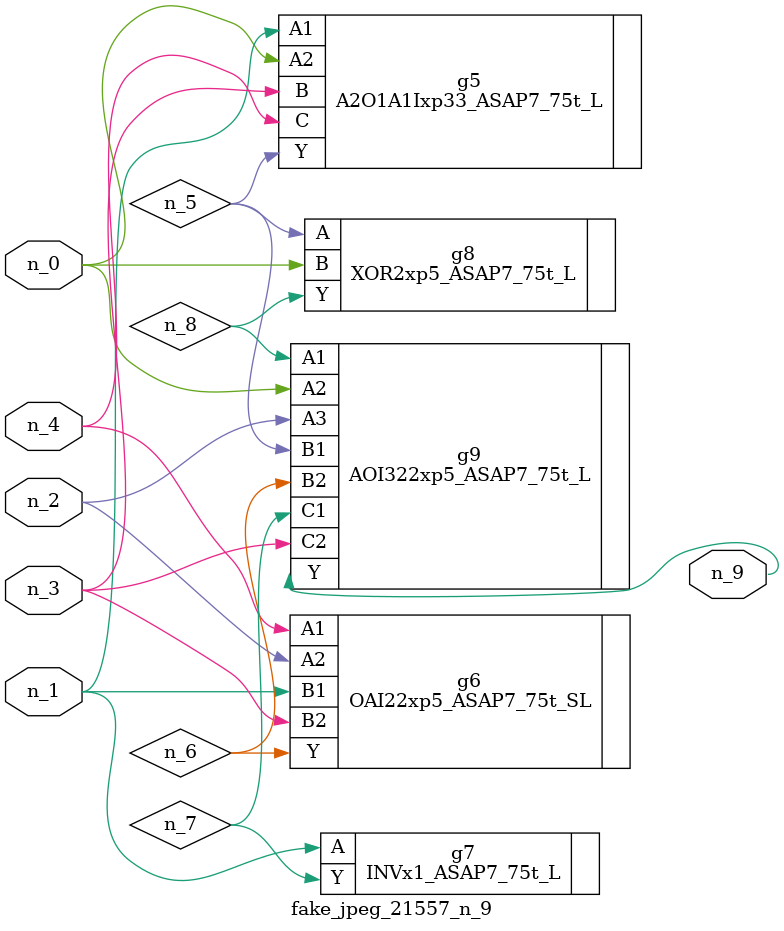
<source format=v>
module fake_jpeg_21557_n_9 (n_3, n_2, n_1, n_0, n_4, n_9);

input n_3;
input n_2;
input n_1;
input n_0;
input n_4;

output n_9;

wire n_8;
wire n_6;
wire n_5;
wire n_7;

A2O1A1Ixp33_ASAP7_75t_L g5 ( 
.A1(n_1),
.A2(n_0),
.B(n_3),
.C(n_4),
.Y(n_5)
);

OAI22xp5_ASAP7_75t_SL g6 ( 
.A1(n_4),
.A2(n_2),
.B1(n_1),
.B2(n_3),
.Y(n_6)
);

INVx1_ASAP7_75t_L g7 ( 
.A(n_1),
.Y(n_7)
);

XOR2xp5_ASAP7_75t_L g8 ( 
.A(n_5),
.B(n_0),
.Y(n_8)
);

AOI322xp5_ASAP7_75t_L g9 ( 
.A1(n_8),
.A2(n_0),
.A3(n_2),
.B1(n_5),
.B2(n_6),
.C1(n_7),
.C2(n_3),
.Y(n_9)
);


endmodule
</source>
